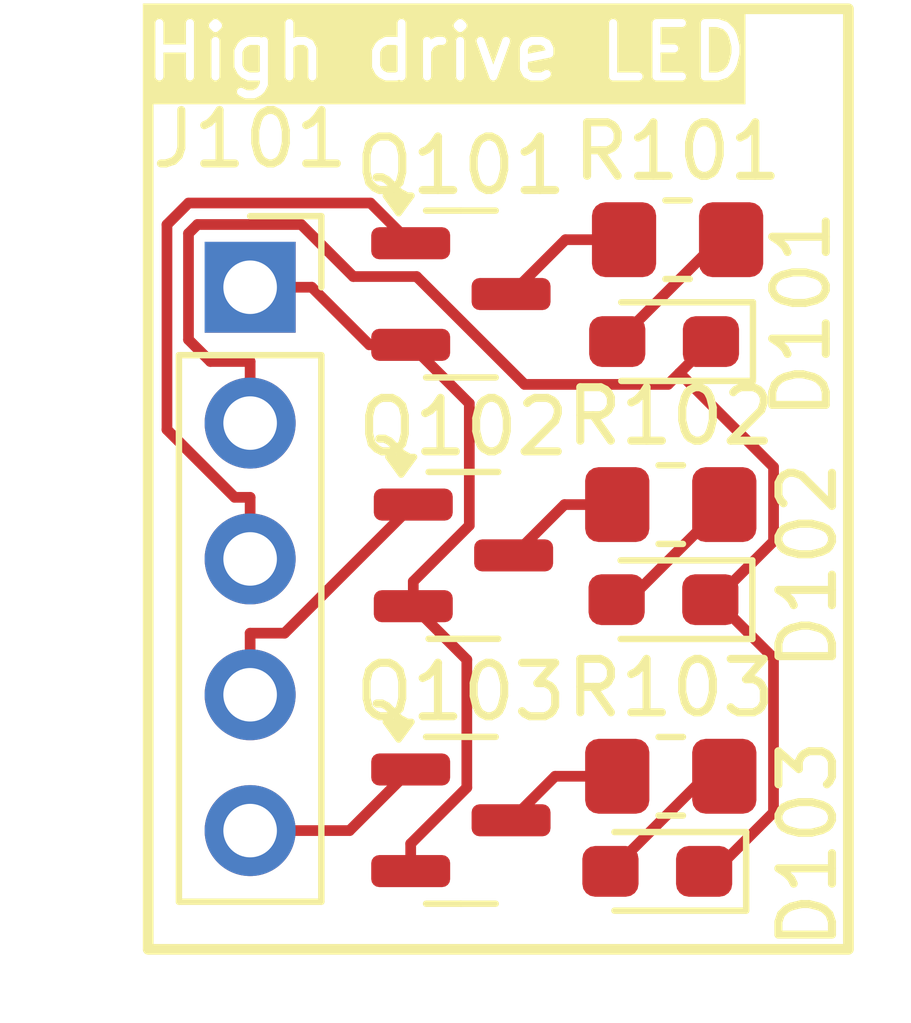
<source format=kicad_pcb>
(kicad_pcb (version 20240108) (generator "pcbnew") (generator_version "8.0")
  (layers (0 "F.Cu" signal) (31 "B.Cu" signal) (34 "B.Paste" user) (35 "F.Paste" user) (36 "B.SilkS" user "B.Silkscreen") (37 "F.SilkS" user "F.Silkscreen") (38 "B.Mask" user) (39 "F.Mask" user) (44 "Edge.Cuts" user))
  (net 0 "")
  (net 1 "/GND")
  (net 2 "Net-(D101-A)")
  (net 3 "Net-(D102-A)")
  (net 4 "Net-(D103-A)")
  (net 5 "/LED3")
  (net 6 "/+3v3")
  (net 7 "/LED2")
  (net 8 "/LED1")
  (net 9 "Net-(Q101-C)")
  (net 10 "Net-(Q102-C)")
  (net 11 "Net-(Q103-C)")
  (footprint "xDuinoRail:8x50_SOT-23" (layer "F.Cu") (at 126.032 65.085)
    (property "Reference" "Q102" (at 0 -2.4 0) (layer "F.SilkS"))
    (property "Value" "S8550")
    (fp_line (start 0 -1.56) (end -0.65 -1.56) (stroke (width 0.12)) (layer "F.SilkS"))
    (fp_line (start 0 -1.56) (end 0.65 -1.56) (stroke (width 0.12)) (layer "F.SilkS"))
    (fp_line (start 0 1.56) (end -0.65 1.56) (stroke (width 0.12)) (layer "F.SilkS"))
    (fp_line (start 0 1.56) (end 0.65 1.56) (stroke (width 0.12)) (layer "F.SilkS"))
    (fp_poly (pts (xy -1.1625 -1.51) (xy -1.4025 -1.84) (xy -0.9225 -1.84) (xy -1.1625 -1.51)) (stroke (width 0.12)) (fill solid) (layer "F.SilkS"))
    (pad "1" smd roundrect (at -0.9375 0.95) (size 1.475 0.6) (layers "F.Cu" "F.Paste" "F.Mask") (net 6 "/+3v3"))
    (pad "2" smd roundrect (at -0.9375 -0.95) (size 1.475 0.6) (layers "F.Cu" "F.Paste" "F.Mask") (net 7 "/LED2"))
    (pad "3" smd roundrect (at 0.9375 0) (size 1.475 0.6) (layers "F.Cu" "F.Paste" "F.Mask") (net 10 "Net-(Q102-C)"))
  )
  (footprint "Resistor_SMD:R_0805_2012Metric_Pad1.20x1.40mm_HandSolder" (layer "F.Cu") (at 129.905 69.215)
    (property "Reference" "R103" (at 0 -1.65 0) (layer "F.SilkS"))
    (property "Value" "1k")
    (fp_line (start -0.227064 -0.735) (end 0.227064 -0.735) (stroke (width 0.12)) (layer "F.SilkS"))
    (fp_line (start -0.227064 0.735) (end 0.227064 0.735) (stroke (width 0.12)) (layer "F.SilkS"))
    (pad "1" smd roundrect (at -1 0) (size 1.2 1.4) (layers "F.Cu" "F.Paste" "F.Mask") (roundrect_rratio 0.208333) (net 11 "Net-(Q103-C)"))
    (pad "2" smd roundrect (at 1 0) (size 1.2 1.4) (layers "F.Cu" "F.Paste" "F.Mask") (roundrect_rratio 0.208333) (net 4 "Net-(D103-A)"))
  )
  (footprint "Resistor_SMD:R_0805_2012Metric_Pad1.20x1.40mm_HandSolder" (layer "F.Cu") (at 130.032 59.182)
    (property "Reference" "R101" (at 0 -1.65 0) (layer "F.SilkS"))
    (property "Value" "1k")
    (fp_line (start -0.227064 -0.735) (end 0.227064 -0.735) (stroke (width 0.12)) (layer "F.SilkS"))
    (fp_line (start -0.227064 0.735) (end 0.227064 0.735) (stroke (width 0.12)) (layer "F.SilkS"))
    (pad "1" smd roundrect (at -1 0) (size 1.2 1.4) (layers "F.Cu" "F.Paste" "F.Mask") (roundrect_rratio 0.208333) (net 9 "Net-(Q101-C)"))
    (pad "2" smd roundrect (at 1 0) (size 1.2 1.4) (layers "F.Cu" "F.Paste" "F.Mask") (roundrect_rratio 0.208333) (net 2 "Net-(D101-A)"))
  )
  (footprint "LED_SMD:LED_0603_1608Metric_Pad1.05x0.95mm_HandSolder" (layer "F.Cu") (at 129.653 70.993 180)
    (property "Reference" "D103" (at -2.808 0.508 -90) (layer "F.SilkS"))
    (property "Value" "LED_GREEN")
    (fp_line (start 0.8 -0.735) (end -1.66 -0.735) (stroke (width 0.12)) (layer "F.SilkS"))
    (fp_line (start -1.66 0.735) (end 0.8 0.735) (stroke (width 0.12)) (layer "F.SilkS"))
    (fp_line (start -1.66 -0.735) (end -1.66 0.735) (stroke (width 0.12)) (layer "F.SilkS"))
    (pad "1" smd roundrect (at -0.875 0 180) (size 1.05 0.95) (layers "F.Cu" "F.Paste" "F.Mask") (net 1 "/GND"))
    (pad "2" smd roundrect (at 0.875 0 180) (size 1.05 0.95) (layers "F.Cu" "F.Paste" "F.Mask") (net 4 "Net-(D103-A)"))
  )
  (footprint "xDuinoRail:8x50_SOT-23" (layer "F.Cu") (at 125.984 60.198)
    (property "Reference" "Q101" (at 0 -2.4 0) (layer "F.SilkS"))
    (property "Value" "S8550")
    (fp_line (start 0 -1.56) (end -0.65 -1.56) (stroke (width 0.12)) (layer "F.SilkS"))
    (fp_line (start 0 -1.56) (end 0.65 -1.56) (stroke (width 0.12)) (layer "F.SilkS"))
    (fp_line (start 0 1.56) (end -0.65 1.56) (stroke (width 0.12)) (layer "F.SilkS"))
    (fp_line (start 0 1.56) (end 0.65 1.56) (stroke (width 0.12)) (layer "F.SilkS"))
    (fp_poly (pts (xy -1.1625 -1.51) (xy -1.4025 -1.84) (xy -0.9225 -1.84) (xy -1.1625 -1.51)) (stroke (width 0.12)) (fill solid) (layer "F.SilkS"))
    (pad "1" smd roundrect (at -0.9375 0.95) (size 1.475 0.6) (layers "F.Cu" "F.Paste" "F.Mask") (net 6 "/+3v3"))
    (pad "2" smd roundrect (at -0.9375 -0.95) (size 1.475 0.6) (layers "F.Cu" "F.Paste" "F.Mask") (net 8 "/LED1"))
    (pad "3" smd roundrect (at 0.9375 0) (size 1.475 0.6) (layers "F.Cu" "F.Paste" "F.Mask") (net 9 "Net-(Q101-C)"))
  )
  (footprint "LED_SMD:LED_0603_1608Metric_Pad1.05x0.95mm_HandSolder" (layer "F.Cu") (at 129.7685 65.913 180)
    (property "Reference" "D102" (at -2.6925 0.635 -90) (layer "F.SilkS"))
    (property "Value" "LED_YELLOW")
    (fp_line (start 0.8 -0.735) (end -1.66 -0.735) (stroke (width 0.12)) (layer "F.SilkS"))
    (fp_line (start -1.66 0.735) (end 0.8 0.735) (stroke (width 0.12)) (layer "F.SilkS"))
    (fp_line (start -1.66 -0.735) (end -1.66 0.735) (stroke (width 0.12)) (layer "F.SilkS"))
    (pad "1" smd roundrect (at -0.875 0 180) (size 1.05 0.95) (layers "F.Cu" "F.Paste" "F.Mask") (net 1 "/GND"))
    (pad "2" smd roundrect (at 0.875 0 180) (size 1.05 0.95) (layers "F.Cu" "F.Paste" "F.Mask") (net 3 "Net-(D102-A)"))
  )
  (footprint "xDuinoRail:8x50_SOT-23" (layer "F.Cu") (at 125.984 70.038)
    (property "Reference" "Q103" (at 0 -2.4 0) (layer "F.SilkS"))
    (property "Value" "S8550")
    (fp_line (start 0 -1.56) (end -0.65 -1.56) (stroke (width 0.12)) (layer "F.SilkS"))
    (fp_line (start 0 -1.56) (end 0.65 -1.56) (stroke (width 0.12)) (layer "F.SilkS"))
    (fp_line (start 0 1.56) (end -0.65 1.56) (stroke (width 0.12)) (layer "F.SilkS"))
    (fp_line (start 0 1.56) (end 0.65 1.56) (stroke (width 0.12)) (layer "F.SilkS"))
    (fp_poly (pts (xy -1.1625 -1.51) (xy -1.4025 -1.84) (xy -0.9225 -1.84) (xy -1.1625 -1.51)) (stroke (width 0.12)) (fill solid) (layer "F.SilkS"))
    (pad "1" smd roundrect (at -0.9375 0.95) (size 1.475 0.6) (layers "F.Cu" "F.Paste" "F.Mask") (net 6 "/+3v3"))
    (pad "2" smd roundrect (at -0.9375 -0.95) (size 1.475 0.6) (layers "F.Cu" "F.Paste" "F.Mask") (net 5 "/LED3"))
    (pad "3" smd roundrect (at 0.9375 0) (size 1.475 0.6) (layers "F.Cu" "F.Paste" "F.Mask") (net 11 "Net-(Q103-C)"))
  )
  (footprint "LED_SMD:LED_0603_1608Metric_Pad1.05x0.95mm_HandSolder" (layer "F.Cu") (at 129.78 61.087 180)
    (property "Reference" "D101" (at -2.5655 0.508 -90) (layer "F.SilkS"))
    (property "Value" "LED_RED")
    (fp_line (start 0.8 -0.735) (end -1.66 -0.735) (stroke (width 0.12)) (layer "F.SilkS"))
    (fp_line (start -1.66 0.735) (end 0.8 0.735) (stroke (width 0.12)) (layer "F.SilkS"))
    (fp_line (start -1.66 -0.735) (end -1.66 0.735) (stroke (width 0.12)) (layer "F.SilkS"))
    (pad "1" smd roundrect (at -0.875 0 180) (size 1.05 0.95) (layers "F.Cu" "F.Paste" "F.Mask") (net 1 "/GND"))
    (pad "2" smd roundrect (at 0.875 0 180) (size 1.05 0.95) (layers "F.Cu" "F.Paste" "F.Mask") (net 2 "Net-(D101-A)"))
  )
  (footprint "Connector_PinSocket_2.54mm:PinSocket_1x05_P2.54mm_Vertical" (layer "F.Cu") (at 122.047 60.071)
    (property "Reference" "J101" (at 0 -2.77 0) (layer "F.SilkS"))
    (property "Value" "Conn_01x05")
    (fp_line (start -1.33 1.27) (end -1.33 11.49) (stroke (width 0.12)) (layer "F.SilkS"))
    (fp_line (start -1.33 1.27) (end 1.33 1.27) (stroke (width 0.12)) (layer "F.SilkS"))
    (fp_line (start -1.33 11.49) (end 1.33 11.49) (stroke (width 0.12)) (layer "F.SilkS"))
    (fp_line (start 0 -1.33) (end 1.33 -1.33) (stroke (width 0.12)) (layer "F.SilkS"))
    (fp_line (start 1.33 -1.33) (end 1.33 0) (stroke (width 0.12)) (layer "F.SilkS"))
    (fp_line (start 1.33 1.27) (end 1.33 11.49) (stroke (width 0.12)) (layer "F.SilkS"))
    (pad "1" thru_hole rect (at 0 0) (size 1.7 1.7) (drill 1) (layers "*.Cu" "*.Mask") (net 6 "/+3v3"))
    (pad "2" thru_hole oval (at 0 2.54) (size 1.7 1.7) (drill 1) (layers "*.Cu" "*.Mask") (net 1 "/GND"))
    (pad "3" thru_hole oval (at 0 5.08) (size 1.7 1.7) (drill 1) (layers "*.Cu" "*.Mask") (net 8 "/LED1"))
    (pad "4" thru_hole oval (at 0 7.62) (size 1.7 1.7) (drill 1) (layers "*.Cu" "*.Mask") (net 7 "/LED2"))
    (pad "5" thru_hole oval (at 0 10.16) (size 1.7 1.7) (drill 1) (layers "*.Cu" "*.Mask") (net 5 "/LED3"))
  )
  (footprint "Resistor_SMD:R_0805_2012Metric_Pad1.20x1.40mm_HandSolder" (layer "F.Cu") (at 129.905 64.135)
    (property "Reference" "R102" (at 0 -1.65 0) (layer "F.SilkS"))
    (property "Value" "1k")
    (fp_line (start -0.227064 -0.735) (end 0.227064 -0.735) (stroke (width 0.12)) (layer "F.SilkS"))
    (fp_line (start -0.227064 0.735) (end 0.227064 0.735) (stroke (width 0.12)) (layer "F.SilkS"))
    (pad "1" smd roundrect (at -1 0) (size 1.2 1.4) (layers "F.Cu" "F.Paste" "F.Mask") (roundrect_rratio 0.208333) (net 10 "Net-(Q102-C)"))
    (pad "2" smd roundrect (at 1 0) (size 1.2 1.4) (layers "F.Cu" "F.Paste" "F.Mask") (roundrect_rratio 0.208333) (net 3 "Net-(D102-A)"))
  )
  (gr_rect (start 120.142 54.864) (end 133.223 72.451) (stroke (width 0.2)) (fill none) (layer "F.SilkS"))
  (gr_text "High drive LED" (at 120.015 56.261 0) (layer "F.SilkS" knockout) (effects (font (size 1 1)) (justify left bottom)))
  (segment (start 130.7332 65.913) (end 131.8234 67.0032) (width 0.2) (layer "F.Cu") (net 1))
  (segment (start 125.1569 59.871) (end 127.1732 61.8873) (width 0.2) (layer "F.Cu") (net 1))
  (segment (start 123.0006 58.8979) (end 123.9737 59.871) (width 0.2) (layer "F.Cu") (net 1))
  (segment (start 130.7332 65.913) (end 130.6435 65.913) (width 0.2) (layer "F.Cu") (net 1))
  (segment (start 130.0672 61.6748) (end 130.655 61.087) (width 0.2) (layer "F.Cu") (net 1))
  (segment (start 120.8953 59.0661) (end 121.0635 58.8979) (width 0.2) (layer "F.Cu") (net 1))
  (segment (start 127.1732 61.8873) (end 129.8547 61.8873) (width 0.2) (layer "F.Cu") (net 1))
  (segment (start 131.8249 63.4326) (end 131.8249 64.8213) (width 0.2) (layer "F.Cu") (net 1))
  (segment (start 130.7217 70.993) (end 130.528 70.993) (width 0.2) (layer "F.Cu") (net 1))
  (segment (start 122.047 61.4593) (end 121.3041 61.4593) (width 0.2) (layer "F.Cu") (net 1))
  (segment (start 120.8953 61.0505) (end 120.8953 59.0661) (width 0.2) (layer "F.Cu") (net 1))
  (segment (start 123.9737 59.871) (end 125.1569 59.871) (width 0.2) (layer "F.Cu") (net 1))
  (segment (start 130.0672 61.6748) (end 131.8249 63.4326) (width 0.2) (layer "F.Cu") (net 1))
  (segment (start 129.8547 61.8873) (end 130.0672 61.6748) (width 0.2) (layer "F.Cu") (net 1))
  (segment (start 121.0635 58.8979) (end 123.0006 58.8979) (width 0.2) (layer "F.Cu") (net 1))
  (segment (start 131.8234 69.8913) (end 130.7217 70.993) (width 0.2) (layer "F.Cu") (net 1))
  (segment (start 131.8234 67.0032) (end 131.8234 69.8913) (width 0.2) (layer "F.Cu") (net 1))
  (segment (start 131.8249 64.8213) (end 130.7332 65.913) (width 0.2) (layer "F.Cu") (net 1))
  (segment (start 121.3041 61.4593) (end 120.8953 61.0505) (width 0.2) (layer "F.Cu") (net 1))
  (segment (start 122.047 62.611) (end 122.047 61.4593) (width 0.2) (layer "F.Cu") (net 1))
  (segment (start 130.81 59.182) (end 131.032 59.182) (width 0.2) (layer "F.Cu") (net 2))
  (segment (start 128.905 61.087) (end 130.81 59.182) (width 0.2) (layer "F.Cu") (net 2))
  (segment (start 129.127 65.913) (end 128.8935 65.913) (width 0.2) (layer "F.Cu") (net 3))
  (segment (start 130.905 64.135) (end 129.127 65.913) (width 0.2) (layer "F.Cu") (net 3))
  (segment (start 130.556 69.215) (end 130.905 69.215) (width 0.2) (layer "F.Cu") (net 4))
  (segment (start 128.778 70.993) (end 130.556 69.215) (width 0.2) (layer "F.Cu") (net 4))
  (segment (start 122.047 70.231) (end 123.9035 70.231) (width 0.2) (layer "F.Cu") (net 5))
  (segment (start 123.9035 70.231) (end 125.0465 69.088) (width 0.2) (layer "F.Cu") (net 5))
  (segment (start 125.0465 70.4755) (end 126.0948 69.4272) (width 0.2) (layer "F.Cu") (net 6))
  (segment (start 122.047 60.071) (end 123.1987 60.071) (width 0.2) (layer "F.Cu") (net 6))
  (segment (start 126.1411 62.2426) (end 126.1411 64.5259) (width 0.2) (layer "F.Cu") (net 6))
  (segment (start 123.1987 60.071) (end 124.2757 61.148) (width 0.2) (layer "F.Cu") (net 6))
  (segment (start 126.0948 69.4272) (end 126.0948 67.0353) (width 0.2) (layer "F.Cu") (net 6))
  (segment (start 126.1411 64.5259) (end 125.0945 65.5725) (width 0.2) (layer "F.Cu") (net 6))
  (segment (start 125.0465 61.148) (end 126.1411 62.2426) (width 0.2) (layer "F.Cu") (net 6))
  (segment (start 125.0945 65.5725) (end 125.0945 66.035) (width 0.2) (layer "F.Cu") (net 6))
  (segment (start 126.0948 67.0353) (end 125.0945 66.035) (width 0.2) (layer "F.Cu") (net 6))
  (segment (start 124.2757 61.148) (end 125.0465 61.148) (width 0.2) (layer "F.Cu") (net 6))
  (segment (start 125.0465 70.988) (end 125.0465 70.4755) (width 0.2) (layer "F.Cu") (net 6))
  (segment (start 122.047 66.5393) (end 122.6902 66.5393) (width 0.2) (layer "F.Cu") (net 7))
  (segment (start 122.047 67.691) (end 122.047 66.5393) (width 0.2) (layer "F.Cu") (net 7))
  (segment (start 122.6902 66.5393) (end 125.0945 64.135) (width 0.2) (layer "F.Cu") (net 7))
  (segment (start 120.4936 58.8998) (end 120.4936 62.7339) (width 0.2) (layer "F.Cu") (net 8))
  (segment (start 122.047 65.151) (end 122.047 63.9993) (width 0.2) (layer "F.Cu") (net 8))
  (segment (start 125.0465 59.248) (end 124.2947 58.4962) (width 0.2) (layer "F.Cu") (net 8))
  (segment (start 124.2947 58.4962) (end 120.8972 58.4962) (width 0.2) (layer "F.Cu") (net 8))
  (segment (start 120.8972 58.4962) (end 120.4936 58.8998) (width 0.2) (layer "F.Cu") (net 8))
  (segment (start 121.759 63.9993) (end 122.047 63.9993) (width 0.2) (layer "F.Cu") (net 8))
  (segment (start 120.4936 62.7339) (end 121.759 63.9993) (width 0.2) (layer "F.Cu") (net 8))
  (segment (start 127.9375 59.182) (end 126.9215 60.198) (width 0.2) (layer "F.Cu") (net 9))
  (segment (start 129.032 59.182) (end 127.9375 59.182) (width 0.2) (layer "F.Cu") (net 9))
  (segment (start 128.905 64.135) (end 127.9195 64.135) (width 0.2) (layer "F.Cu") (net 10))
  (segment (start 127.9195 64.135) (end 126.9695 65.085) (width 0.2) (layer "F.Cu") (net 10))
  (segment (start 128.905 69.215) (end 127.7445 69.215) (width 0.2) (layer "F.Cu") (net 11))
  (segment (start 127.7445 69.215) (end 126.9215 70.038) (width 0.2) (layer "F.Cu") (net 11))
)
</source>
